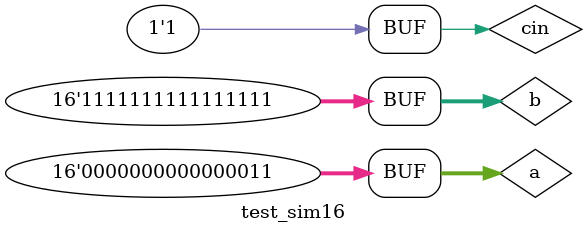
<source format=v>
`timescale 1ns / 1ps


module test_sim16();
    reg[15:0] a, b;
    reg cin;
    wire[15:0] result;
    wire cout;
    wire GG;
    wire GP;
    
    sum24bit sumator(a, b, cin, result, GP, GG, cout);
    
    initial
    begin
        #50;
        a = 20;
        b = 45;
        cin = 0;
        #50;
        b = 12452;
        #50;
        a = 231;
        b = 14252;
        cin = 1;
        #50;
        a = 3;
        b = 65535;
    end
endmodule

</source>
